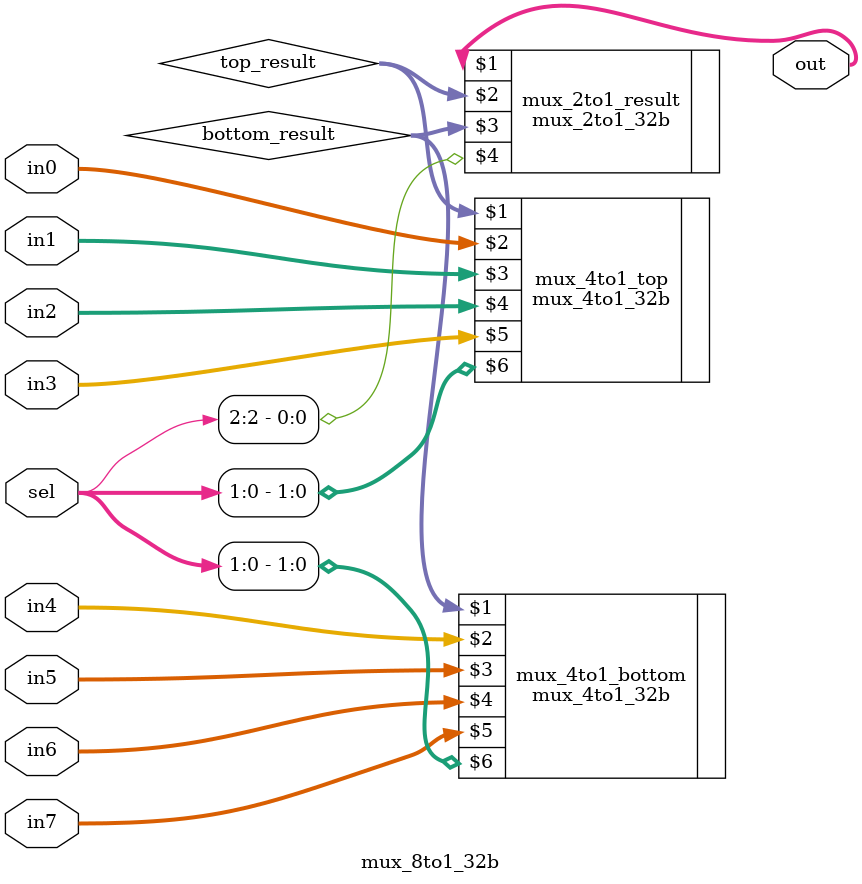
<source format=v>
module mux_8to1_32b(out, in0, in1, in2, in3, in4, in5, in6, in7, sel);
	
	input [31:0] in0, in1, in2, in3, in4, in5, in6, in7;
	input [2:0] sel;
	output [31:0]out;
	
	wire [31:0]top_result, bottom_result;
	
	mux_4to1_32b mux_4to1_top(top_result, in0, in1, in2, in3, sel[1:0]);
	mux_4to1_32b mux_4to1_bottom(bottom_result, in4, in5, in6, in7, sel[1:0]);
	
	mux_2to1_32b mux_2to1_result(out, top_result, bottom_result, sel[2]);
	
	
endmodule
</source>
